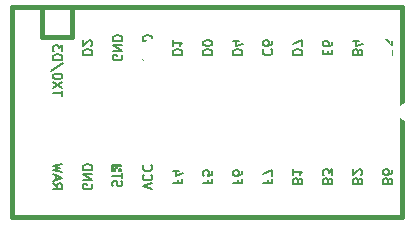
<source format=gbo>
%TF.GenerationSoftware,KiCad,Pcbnew,5.99.0+really5.1.10+dfsg1-1*%
%TF.CreationDate,2021-06-06T12:45:26-04:00*%
%TF.ProjectId,5x1,3578312e-6b69-4636-9164-5f7063625858,rev?*%
%TF.SameCoordinates,Original*%
%TF.FileFunction,Legend,Bot*%
%TF.FilePolarity,Positive*%
%FSLAX46Y46*%
G04 Gerber Fmt 4.6, Leading zero omitted, Abs format (unit mm)*
G04 Created by KiCad (PCBNEW 5.99.0+really5.1.10+dfsg1-1) date 2021-06-06 12:45:26*
%MOMM*%
%LPD*%
G01*
G04 APERTURE LIST*
%ADD10C,0.381000*%
%ADD11C,0.150000*%
%ADD12C,1.752600*%
%ADD13O,1.000000X1.000000*%
%ADD14C,2.250000*%
%ADD15C,3.987800*%
%ADD16C,1.750000*%
G04 APERTURE END LIST*
D10*
%TO.C,U1*%
X1270000Y-635000D02*
X31750000Y-635000D01*
X31750000Y-635000D02*
X31750000Y-18415000D01*
X31750000Y-18415000D02*
X1270000Y-18415000D01*
X1270000Y-3175000D02*
X3810000Y-3175000D01*
X3810000Y-3175000D02*
X3810000Y-635000D01*
D11*
G36*
X7149360Y-14456568D02*
G01*
X7449360Y-14456568D01*
X7449360Y-14356568D01*
X7149360Y-14356568D01*
X7149360Y-14456568D01*
G37*
X7149360Y-14456568D02*
X7449360Y-14456568D01*
X7449360Y-14356568D01*
X7149360Y-14356568D01*
X7149360Y-14456568D01*
G36*
X7549360Y-14256568D02*
G01*
X7649360Y-14256568D01*
X7649360Y-14156568D01*
X7549360Y-14156568D01*
X7549360Y-14256568D01*
G37*
X7549360Y-14256568D02*
X7649360Y-14256568D01*
X7649360Y-14156568D01*
X7549360Y-14156568D01*
X7549360Y-14256568D01*
G36*
X7149360Y-14456568D02*
G01*
X7249360Y-14456568D01*
X7249360Y-13956568D01*
X7149360Y-13956568D01*
X7149360Y-14456568D01*
G37*
X7149360Y-14456568D02*
X7249360Y-14456568D01*
X7249360Y-13956568D01*
X7149360Y-13956568D01*
X7149360Y-14456568D01*
G36*
X7149360Y-14056568D02*
G01*
X7949360Y-14056568D01*
X7949360Y-13956568D01*
X7149360Y-13956568D01*
X7149360Y-14056568D01*
G37*
X7149360Y-14056568D02*
X7949360Y-14056568D01*
X7949360Y-13956568D01*
X7149360Y-13956568D01*
X7149360Y-14056568D01*
G36*
X7749360Y-14456568D02*
G01*
X7949360Y-14456568D01*
X7949360Y-14356568D01*
X7749360Y-14356568D01*
X7749360Y-14456568D01*
G37*
X7749360Y-14456568D02*
X7949360Y-14456568D01*
X7949360Y-14356568D01*
X7749360Y-14356568D01*
X7749360Y-14456568D01*
D10*
X1270000Y-18415000D02*
X-1270000Y-18415000D01*
X-1270000Y-18415000D02*
X-1270000Y-635000D01*
X-1270000Y-635000D02*
X1270000Y-635000D01*
X1270000Y-3175000D02*
X1270000Y-635000D01*
D11*
X2978095Y-8143604D02*
X2978095Y-7686461D01*
X2178095Y-7915032D02*
X2978095Y-7915032D01*
X2978095Y-7495985D02*
X2178095Y-6962651D01*
X2978095Y-6962651D02*
X2178095Y-7495985D01*
X2978095Y-6505508D02*
X2978095Y-6429318D01*
X2940000Y-6353128D01*
X2901904Y-6315032D01*
X2825714Y-6276937D01*
X2673333Y-6238842D01*
X2482857Y-6238842D01*
X2330476Y-6276937D01*
X2254285Y-6315032D01*
X2216190Y-6353128D01*
X2178095Y-6429318D01*
X2178095Y-6505508D01*
X2216190Y-6581699D01*
X2254285Y-6619794D01*
X2330476Y-6657889D01*
X2482857Y-6695985D01*
X2673333Y-6695985D01*
X2825714Y-6657889D01*
X2901904Y-6619794D01*
X2940000Y-6581699D01*
X2978095Y-6505508D01*
X3016190Y-5324556D02*
X1987619Y-6010270D01*
X2178095Y-5057889D02*
X2978095Y-5057889D01*
X2978095Y-4867413D01*
X2940000Y-4753128D01*
X2863809Y-4676937D01*
X2787619Y-4638842D01*
X2635238Y-4600747D01*
X2520952Y-4600747D01*
X2368571Y-4638842D01*
X2292380Y-4676937D01*
X2216190Y-4753128D01*
X2178095Y-4867413D01*
X2178095Y-5057889D01*
X2978095Y-4334080D02*
X2978095Y-3838842D01*
X2673333Y-4105508D01*
X2673333Y-3991223D01*
X2635238Y-3915032D01*
X2597142Y-3876937D01*
X2520952Y-3838842D01*
X2330476Y-3838842D01*
X2254285Y-3876937D01*
X2216190Y-3915032D01*
X2178095Y-3991223D01*
X2178095Y-4219794D01*
X2216190Y-4295985D01*
X2254285Y-4334080D01*
X4718095Y-4654476D02*
X5518095Y-4654476D01*
X5518095Y-4464000D01*
X5480000Y-4349714D01*
X5403809Y-4273523D01*
X5327619Y-4235428D01*
X5175238Y-4197333D01*
X5060952Y-4197333D01*
X4908571Y-4235428D01*
X4832380Y-4273523D01*
X4756190Y-4349714D01*
X4718095Y-4464000D01*
X4718095Y-4654476D01*
X5441904Y-3892571D02*
X5480000Y-3854476D01*
X5518095Y-3778285D01*
X5518095Y-3587809D01*
X5480000Y-3511619D01*
X5441904Y-3473523D01*
X5365714Y-3435428D01*
X5289523Y-3435428D01*
X5175238Y-3473523D01*
X4718095Y-3930666D01*
X4718095Y-3435428D01*
X14878095Y-4654476D02*
X15678095Y-4654476D01*
X15678095Y-4464000D01*
X15640000Y-4349714D01*
X15563809Y-4273523D01*
X15487619Y-4235428D01*
X15335238Y-4197333D01*
X15220952Y-4197333D01*
X15068571Y-4235428D01*
X14992380Y-4273523D01*
X14916190Y-4349714D01*
X14878095Y-4464000D01*
X14878095Y-4654476D01*
X15678095Y-3702095D02*
X15678095Y-3625904D01*
X15640000Y-3549714D01*
X15601904Y-3511619D01*
X15525714Y-3473523D01*
X15373333Y-3435428D01*
X15182857Y-3435428D01*
X15030476Y-3473523D01*
X14954285Y-3511619D01*
X14916190Y-3549714D01*
X14878095Y-3625904D01*
X14878095Y-3702095D01*
X14916190Y-3778285D01*
X14954285Y-3816380D01*
X15030476Y-3854476D01*
X15182857Y-3892571D01*
X15373333Y-3892571D01*
X15525714Y-3854476D01*
X15601904Y-3816380D01*
X15640000Y-3778285D01*
X15678095Y-3702095D01*
X12338095Y-4654476D02*
X13138095Y-4654476D01*
X13138095Y-4464000D01*
X13100000Y-4349714D01*
X13023809Y-4273523D01*
X12947619Y-4235428D01*
X12795238Y-4197333D01*
X12680952Y-4197333D01*
X12528571Y-4235428D01*
X12452380Y-4273523D01*
X12376190Y-4349714D01*
X12338095Y-4464000D01*
X12338095Y-4654476D01*
X12338095Y-3435428D02*
X12338095Y-3892571D01*
X12338095Y-3664000D02*
X13138095Y-3664000D01*
X13023809Y-3740190D01*
X12947619Y-3816380D01*
X12909523Y-3892571D01*
X10560000Y-4673523D02*
X10598095Y-4749714D01*
X10598095Y-4864000D01*
X10560000Y-4978285D01*
X10483809Y-5054476D01*
X10407619Y-5092571D01*
X10255238Y-5130666D01*
X10140952Y-5130666D01*
X9988571Y-5092571D01*
X9912380Y-5054476D01*
X9836190Y-4978285D01*
X9798095Y-4864000D01*
X9798095Y-4787809D01*
X9836190Y-4673523D01*
X9874285Y-4635428D01*
X10140952Y-4635428D01*
X10140952Y-4787809D01*
X9798095Y-4292571D02*
X10598095Y-4292571D01*
X9798095Y-3835428D01*
X10598095Y-3835428D01*
X9798095Y-3454476D02*
X10598095Y-3454476D01*
X10598095Y-3264000D01*
X10560000Y-3149714D01*
X10483809Y-3073523D01*
X10407619Y-3035428D01*
X10255238Y-2997333D01*
X10140952Y-2997333D01*
X9988571Y-3035428D01*
X9912380Y-3073523D01*
X9836190Y-3149714D01*
X9798095Y-3264000D01*
X9798095Y-3454476D01*
X8020000Y-4673523D02*
X8058095Y-4749714D01*
X8058095Y-4864000D01*
X8020000Y-4978285D01*
X7943809Y-5054476D01*
X7867619Y-5092571D01*
X7715238Y-5130666D01*
X7600952Y-5130666D01*
X7448571Y-5092571D01*
X7372380Y-5054476D01*
X7296190Y-4978285D01*
X7258095Y-4864000D01*
X7258095Y-4787809D01*
X7296190Y-4673523D01*
X7334285Y-4635428D01*
X7600952Y-4635428D01*
X7600952Y-4787809D01*
X7258095Y-4292571D02*
X8058095Y-4292571D01*
X7258095Y-3835428D01*
X8058095Y-3835428D01*
X7258095Y-3454476D02*
X8058095Y-3454476D01*
X8058095Y-3264000D01*
X8020000Y-3149714D01*
X7943809Y-3073523D01*
X7867619Y-3035428D01*
X7715238Y-2997333D01*
X7600952Y-2997333D01*
X7448571Y-3035428D01*
X7372380Y-3073523D01*
X7296190Y-3149714D01*
X7258095Y-3264000D01*
X7258095Y-3454476D01*
X17418095Y-4654476D02*
X18218095Y-4654476D01*
X18218095Y-4464000D01*
X18180000Y-4349714D01*
X18103809Y-4273523D01*
X18027619Y-4235428D01*
X17875238Y-4197333D01*
X17760952Y-4197333D01*
X17608571Y-4235428D01*
X17532380Y-4273523D01*
X17456190Y-4349714D01*
X17418095Y-4464000D01*
X17418095Y-4654476D01*
X17951428Y-3511619D02*
X17418095Y-3511619D01*
X18256190Y-3702095D02*
X17684761Y-3892571D01*
X17684761Y-3397333D01*
X20034285Y-4197333D02*
X19996190Y-4235428D01*
X19958095Y-4349714D01*
X19958095Y-4425904D01*
X19996190Y-4540190D01*
X20072380Y-4616380D01*
X20148571Y-4654476D01*
X20300952Y-4692571D01*
X20415238Y-4692571D01*
X20567619Y-4654476D01*
X20643809Y-4616380D01*
X20720000Y-4540190D01*
X20758095Y-4425904D01*
X20758095Y-4349714D01*
X20720000Y-4235428D01*
X20681904Y-4197333D01*
X20758095Y-3511619D02*
X20758095Y-3664000D01*
X20720000Y-3740190D01*
X20681904Y-3778285D01*
X20567619Y-3854476D01*
X20415238Y-3892571D01*
X20110476Y-3892571D01*
X20034285Y-3854476D01*
X19996190Y-3816380D01*
X19958095Y-3740190D01*
X19958095Y-3587809D01*
X19996190Y-3511619D01*
X20034285Y-3473523D01*
X20110476Y-3435428D01*
X20300952Y-3435428D01*
X20377142Y-3473523D01*
X20415238Y-3511619D01*
X20453333Y-3587809D01*
X20453333Y-3740190D01*
X20415238Y-3816380D01*
X20377142Y-3854476D01*
X20300952Y-3892571D01*
X22498095Y-4654476D02*
X23298095Y-4654476D01*
X23298095Y-4464000D01*
X23260000Y-4349714D01*
X23183809Y-4273523D01*
X23107619Y-4235428D01*
X22955238Y-4197333D01*
X22840952Y-4197333D01*
X22688571Y-4235428D01*
X22612380Y-4273523D01*
X22536190Y-4349714D01*
X22498095Y-4464000D01*
X22498095Y-4654476D01*
X23298095Y-3930666D02*
X23298095Y-3397333D01*
X22498095Y-3740190D01*
X25457142Y-4616380D02*
X25457142Y-4349714D01*
X25038095Y-4235428D02*
X25038095Y-4616380D01*
X25838095Y-4616380D01*
X25838095Y-4235428D01*
X25838095Y-3549714D02*
X25838095Y-3702095D01*
X25800000Y-3778285D01*
X25761904Y-3816380D01*
X25647619Y-3892571D01*
X25495238Y-3930666D01*
X25190476Y-3930666D01*
X25114285Y-3892571D01*
X25076190Y-3854476D01*
X25038095Y-3778285D01*
X25038095Y-3625904D01*
X25076190Y-3549714D01*
X25114285Y-3511619D01*
X25190476Y-3473523D01*
X25380952Y-3473523D01*
X25457142Y-3511619D01*
X25495238Y-3549714D01*
X25533333Y-3625904D01*
X25533333Y-3778285D01*
X25495238Y-3854476D01*
X25457142Y-3892571D01*
X25380952Y-3930666D01*
X27997142Y-4387809D02*
X27959047Y-4273523D01*
X27920952Y-4235428D01*
X27844761Y-4197333D01*
X27730476Y-4197333D01*
X27654285Y-4235428D01*
X27616190Y-4273523D01*
X27578095Y-4349714D01*
X27578095Y-4654476D01*
X28378095Y-4654476D01*
X28378095Y-4387809D01*
X28340000Y-4311619D01*
X28301904Y-4273523D01*
X28225714Y-4235428D01*
X28149523Y-4235428D01*
X28073333Y-4273523D01*
X28035238Y-4311619D01*
X27997142Y-4387809D01*
X27997142Y-4654476D01*
X28111428Y-3511619D02*
X27578095Y-3511619D01*
X28416190Y-3702095D02*
X27844761Y-3892571D01*
X27844761Y-3397333D01*
X30537142Y-4387809D02*
X30499047Y-4273523D01*
X30460952Y-4235428D01*
X30384761Y-4197333D01*
X30270476Y-4197333D01*
X30194285Y-4235428D01*
X30156190Y-4273523D01*
X30118095Y-4349714D01*
X30118095Y-4654476D01*
X30918095Y-4654476D01*
X30918095Y-4387809D01*
X30880000Y-4311619D01*
X30841904Y-4273523D01*
X30765714Y-4235428D01*
X30689523Y-4235428D01*
X30613333Y-4273523D01*
X30575238Y-4311619D01*
X30537142Y-4387809D01*
X30537142Y-4654476D01*
X30918095Y-3473523D02*
X30918095Y-3854476D01*
X30537142Y-3892571D01*
X30575238Y-3854476D01*
X30613333Y-3778285D01*
X30613333Y-3587809D01*
X30575238Y-3511619D01*
X30537142Y-3473523D01*
X30460952Y-3435428D01*
X30270476Y-3435428D01*
X30194285Y-3473523D01*
X30156190Y-3511619D01*
X30118095Y-3587809D01*
X30118095Y-3778285D01*
X30156190Y-3854476D01*
X30194285Y-3892571D01*
X30537142Y-15309809D02*
X30499047Y-15195523D01*
X30460952Y-15157428D01*
X30384761Y-15119333D01*
X30270476Y-15119333D01*
X30194285Y-15157428D01*
X30156190Y-15195523D01*
X30118095Y-15271714D01*
X30118095Y-15576476D01*
X30918095Y-15576476D01*
X30918095Y-15309809D01*
X30880000Y-15233619D01*
X30841904Y-15195523D01*
X30765714Y-15157428D01*
X30689523Y-15157428D01*
X30613333Y-15195523D01*
X30575238Y-15233619D01*
X30537142Y-15309809D01*
X30537142Y-15576476D01*
X30918095Y-14433619D02*
X30918095Y-14586000D01*
X30880000Y-14662190D01*
X30841904Y-14700285D01*
X30727619Y-14776476D01*
X30575238Y-14814571D01*
X30270476Y-14814571D01*
X30194285Y-14776476D01*
X30156190Y-14738380D01*
X30118095Y-14662190D01*
X30118095Y-14509809D01*
X30156190Y-14433619D01*
X30194285Y-14395523D01*
X30270476Y-14357428D01*
X30460952Y-14357428D01*
X30537142Y-14395523D01*
X30575238Y-14433619D01*
X30613333Y-14509809D01*
X30613333Y-14662190D01*
X30575238Y-14738380D01*
X30537142Y-14776476D01*
X30460952Y-14814571D01*
X25457142Y-15309809D02*
X25419047Y-15195523D01*
X25380952Y-15157428D01*
X25304761Y-15119333D01*
X25190476Y-15119333D01*
X25114285Y-15157428D01*
X25076190Y-15195523D01*
X25038095Y-15271714D01*
X25038095Y-15576476D01*
X25838095Y-15576476D01*
X25838095Y-15309809D01*
X25800000Y-15233619D01*
X25761904Y-15195523D01*
X25685714Y-15157428D01*
X25609523Y-15157428D01*
X25533333Y-15195523D01*
X25495238Y-15233619D01*
X25457142Y-15309809D01*
X25457142Y-15576476D01*
X25838095Y-14852666D02*
X25838095Y-14357428D01*
X25533333Y-14624095D01*
X25533333Y-14509809D01*
X25495238Y-14433619D01*
X25457142Y-14395523D01*
X25380952Y-14357428D01*
X25190476Y-14357428D01*
X25114285Y-14395523D01*
X25076190Y-14433619D01*
X25038095Y-14509809D01*
X25038095Y-14738380D01*
X25076190Y-14814571D01*
X25114285Y-14852666D01*
X22917142Y-15309809D02*
X22879047Y-15195523D01*
X22840952Y-15157428D01*
X22764761Y-15119333D01*
X22650476Y-15119333D01*
X22574285Y-15157428D01*
X22536190Y-15195523D01*
X22498095Y-15271714D01*
X22498095Y-15576476D01*
X23298095Y-15576476D01*
X23298095Y-15309809D01*
X23260000Y-15233619D01*
X23221904Y-15195523D01*
X23145714Y-15157428D01*
X23069523Y-15157428D01*
X22993333Y-15195523D01*
X22955238Y-15233619D01*
X22917142Y-15309809D01*
X22917142Y-15576476D01*
X22498095Y-14357428D02*
X22498095Y-14814571D01*
X22498095Y-14586000D02*
X23298095Y-14586000D01*
X23183809Y-14662190D01*
X23107619Y-14738380D01*
X23069523Y-14814571D01*
X12757142Y-15252666D02*
X12757142Y-15519333D01*
X12338095Y-15519333D02*
X13138095Y-15519333D01*
X13138095Y-15138380D01*
X12871428Y-14490761D02*
X12338095Y-14490761D01*
X13176190Y-14681238D02*
X12604761Y-14871714D01*
X12604761Y-14376476D01*
X10598095Y-16052666D02*
X9798095Y-15786000D01*
X10598095Y-15519333D01*
X9874285Y-14795523D02*
X9836190Y-14833619D01*
X9798095Y-14947904D01*
X9798095Y-15024095D01*
X9836190Y-15138380D01*
X9912380Y-15214571D01*
X9988571Y-15252666D01*
X10140952Y-15290761D01*
X10255238Y-15290761D01*
X10407619Y-15252666D01*
X10483809Y-15214571D01*
X10560000Y-15138380D01*
X10598095Y-15024095D01*
X10598095Y-14947904D01*
X10560000Y-14833619D01*
X10521904Y-14795523D01*
X9874285Y-13995523D02*
X9836190Y-14033619D01*
X9798095Y-14147904D01*
X9798095Y-14224095D01*
X9836190Y-14338380D01*
X9912380Y-14414571D01*
X9988571Y-14452666D01*
X10140952Y-14490761D01*
X10255238Y-14490761D01*
X10407619Y-14452666D01*
X10483809Y-14414571D01*
X10560000Y-14338380D01*
X10598095Y-14224095D01*
X10598095Y-14147904D01*
X10560000Y-14033619D01*
X10521904Y-13995523D01*
X7266190Y-15791453D02*
X7228095Y-15677167D01*
X7228095Y-15486691D01*
X7266190Y-15410500D01*
X7304285Y-15372405D01*
X7380476Y-15334310D01*
X7456666Y-15334310D01*
X7532857Y-15372405D01*
X7570952Y-15410500D01*
X7609047Y-15486691D01*
X7647142Y-15639072D01*
X7685238Y-15715262D01*
X7723333Y-15753358D01*
X7799523Y-15791453D01*
X7875714Y-15791453D01*
X7951904Y-15753358D01*
X7990000Y-15715262D01*
X8028095Y-15639072D01*
X8028095Y-15448596D01*
X7990000Y-15334310D01*
X8028095Y-15105739D02*
X8028095Y-14648596D01*
X7228095Y-14877167D02*
X8028095Y-14877167D01*
X5480000Y-15595523D02*
X5518095Y-15671714D01*
X5518095Y-15786000D01*
X5480000Y-15900285D01*
X5403809Y-15976476D01*
X5327619Y-16014571D01*
X5175238Y-16052666D01*
X5060952Y-16052666D01*
X4908571Y-16014571D01*
X4832380Y-15976476D01*
X4756190Y-15900285D01*
X4718095Y-15786000D01*
X4718095Y-15709809D01*
X4756190Y-15595523D01*
X4794285Y-15557428D01*
X5060952Y-15557428D01*
X5060952Y-15709809D01*
X4718095Y-15214571D02*
X5518095Y-15214571D01*
X4718095Y-14757428D01*
X5518095Y-14757428D01*
X4718095Y-14376476D02*
X5518095Y-14376476D01*
X5518095Y-14186000D01*
X5480000Y-14071714D01*
X5403809Y-13995523D01*
X5327619Y-13957428D01*
X5175238Y-13919333D01*
X5060952Y-13919333D01*
X4908571Y-13957428D01*
X4832380Y-13995523D01*
X4756190Y-14071714D01*
X4718095Y-14186000D01*
X4718095Y-14376476D01*
X2178095Y-15538380D02*
X2559047Y-15805047D01*
X2178095Y-15995523D02*
X2978095Y-15995523D01*
X2978095Y-15690761D01*
X2940000Y-15614571D01*
X2901904Y-15576476D01*
X2825714Y-15538380D01*
X2711428Y-15538380D01*
X2635238Y-15576476D01*
X2597142Y-15614571D01*
X2559047Y-15690761D01*
X2559047Y-15995523D01*
X2406666Y-15233619D02*
X2406666Y-14852666D01*
X2178095Y-15309809D02*
X2978095Y-15043142D01*
X2178095Y-14776476D01*
X2978095Y-14586000D02*
X2178095Y-14395523D01*
X2749523Y-14243142D01*
X2178095Y-14090761D01*
X2978095Y-13900285D01*
X15297142Y-15252666D02*
X15297142Y-15519333D01*
X14878095Y-15519333D02*
X15678095Y-15519333D01*
X15678095Y-15138380D01*
X15678095Y-14452666D02*
X15678095Y-14833619D01*
X15297142Y-14871714D01*
X15335238Y-14833619D01*
X15373333Y-14757428D01*
X15373333Y-14566952D01*
X15335238Y-14490761D01*
X15297142Y-14452666D01*
X15220952Y-14414571D01*
X15030476Y-14414571D01*
X14954285Y-14452666D01*
X14916190Y-14490761D01*
X14878095Y-14566952D01*
X14878095Y-14757428D01*
X14916190Y-14833619D01*
X14954285Y-14871714D01*
X17837142Y-15252666D02*
X17837142Y-15519333D01*
X17418095Y-15519333D02*
X18218095Y-15519333D01*
X18218095Y-15138380D01*
X18218095Y-14490761D02*
X18218095Y-14643142D01*
X18180000Y-14719333D01*
X18141904Y-14757428D01*
X18027619Y-14833619D01*
X17875238Y-14871714D01*
X17570476Y-14871714D01*
X17494285Y-14833619D01*
X17456190Y-14795523D01*
X17418095Y-14719333D01*
X17418095Y-14566952D01*
X17456190Y-14490761D01*
X17494285Y-14452666D01*
X17570476Y-14414571D01*
X17760952Y-14414571D01*
X17837142Y-14452666D01*
X17875238Y-14490761D01*
X17913333Y-14566952D01*
X17913333Y-14719333D01*
X17875238Y-14795523D01*
X17837142Y-14833619D01*
X17760952Y-14871714D01*
X20377142Y-15252666D02*
X20377142Y-15519333D01*
X19958095Y-15519333D02*
X20758095Y-15519333D01*
X20758095Y-15138380D01*
X20758095Y-14909809D02*
X20758095Y-14376476D01*
X19958095Y-14719333D01*
X27997142Y-15309809D02*
X27959047Y-15195523D01*
X27920952Y-15157428D01*
X27844761Y-15119333D01*
X27730476Y-15119333D01*
X27654285Y-15157428D01*
X27616190Y-15195523D01*
X27578095Y-15271714D01*
X27578095Y-15576476D01*
X28378095Y-15576476D01*
X28378095Y-15309809D01*
X28340000Y-15233619D01*
X28301904Y-15195523D01*
X28225714Y-15157428D01*
X28149523Y-15157428D01*
X28073333Y-15195523D01*
X28035238Y-15233619D01*
X27997142Y-15309809D01*
X27997142Y-15576476D01*
X28301904Y-14814571D02*
X28340000Y-14776476D01*
X28378095Y-14700285D01*
X28378095Y-14509809D01*
X28340000Y-14433619D01*
X28301904Y-14395523D01*
X28225714Y-14357428D01*
X28149523Y-14357428D01*
X28035238Y-14395523D01*
X27578095Y-14852666D01*
X27578095Y-14357428D01*
%TD*%
%LPC*%
D12*
%TO.C,U1*%
X2540000Y-17145000D03*
X30480000Y-1905000D03*
X5080000Y-17145000D03*
X7620000Y-17145000D03*
X10160000Y-17145000D03*
X12700000Y-17145000D03*
X15240000Y-17145000D03*
X17780000Y-17145000D03*
X20320000Y-17145000D03*
X22860000Y-17145000D03*
X25400000Y-17145000D03*
X27940000Y-17145000D03*
X30480000Y-17145000D03*
X27940000Y-1905000D03*
X25400000Y-1905000D03*
X22860000Y-1905000D03*
X20320000Y-1905000D03*
X17780000Y-1905000D03*
X15240000Y-1905000D03*
X12700000Y-1905000D03*
X10160000Y-1905000D03*
X7620000Y-1905000D03*
X5080000Y-1905000D03*
G36*
G01*
X1663700Y-2343150D02*
X1663700Y-1466850D01*
G75*
G02*
X2101850Y-1028700I438150J0D01*
G01*
X2978150Y-1028700D01*
G75*
G02*
X3416300Y-1466850I0J-438150D01*
G01*
X3416300Y-2343150D01*
G75*
G02*
X2978150Y-2781300I-438150J0D01*
G01*
X2101850Y-2781300D01*
G75*
G02*
X1663700Y-2343150I0J438150D01*
G01*
G37*
%TD*%
D13*
%TO.C,J_0*%
X92583000Y-15176500D03*
X92583000Y-13906500D03*
X92583000Y-12636500D03*
X92583000Y-11366500D03*
X92583000Y-10096500D03*
X92583000Y-8826500D03*
X92583000Y-7556500D03*
X92583000Y-6286500D03*
X92583000Y-5016500D03*
G36*
G01*
X92083000Y-3996500D02*
X92083000Y-3496500D01*
G75*
G02*
X92333000Y-3246500I250000J0D01*
G01*
X92833000Y-3246500D01*
G75*
G02*
X93083000Y-3496500I0J-250000D01*
G01*
X93083000Y-3996500D01*
G75*
G02*
X92833000Y-4246500I-250000J0D01*
G01*
X92333000Y-4246500D01*
G75*
G02*
X92083000Y-3996500I0J250000D01*
G01*
G37*
%TD*%
D14*
%TO.C,MX_5*%
X86931500Y-4445000D03*
D15*
X84391500Y-9525000D03*
D14*
X80581500Y-6985000D03*
D16*
X79311500Y-9525000D03*
X89471500Y-9525000D03*
%TD*%
D14*
%TO.C,MX_4*%
X67881500Y-4445000D03*
D15*
X65341500Y-9525000D03*
D14*
X61531500Y-6985000D03*
D16*
X60261500Y-9525000D03*
X70421500Y-9525000D03*
%TD*%
D14*
%TO.C,MX_3*%
X48831500Y-4445000D03*
D15*
X46291500Y-9525000D03*
D14*
X42481500Y-6985000D03*
D16*
X41211500Y-9525000D03*
X51371500Y-9525000D03*
%TD*%
D14*
%TO.C,MX_2*%
X29781500Y-4445000D03*
D15*
X27241500Y-9525000D03*
D14*
X23431500Y-6985000D03*
D16*
X22161500Y-9525000D03*
X32321500Y-9525000D03*
%TD*%
D14*
%TO.C,MX_1*%
X10731500Y-4445000D03*
D15*
X8191500Y-9525000D03*
D14*
X4381500Y-6985000D03*
D16*
X3111500Y-9525000D03*
X13271500Y-9525000D03*
%TD*%
M02*

</source>
